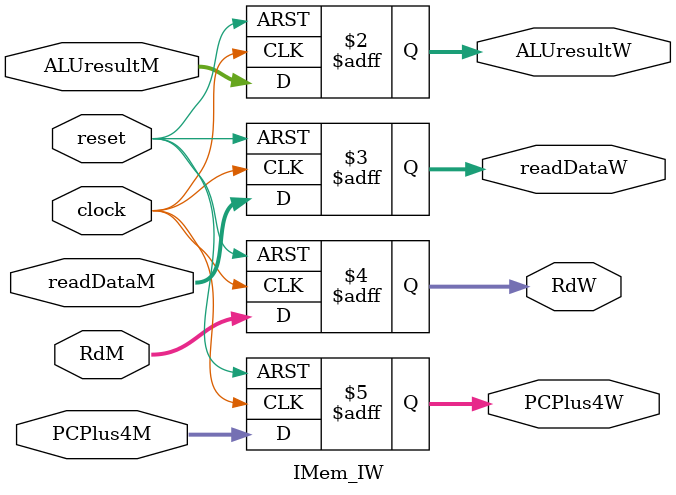
<source format=v>
module IMem_IW (
    input clock,
    input reset,
    input [31:0] ALUresultM,
    input [31:0] readDataM,
    input [4:0] RdM,
    input [31:0] PCPlus4M,
    output reg [31:0] ALUresultW,
    output reg [31:0] readDataW,
    output reg [4:0] RdW,
    output reg [31:0] PCPlus4W
);

always @(posedge clock or posedge reset) begin
    if (reset) begin
        ALUresultW <= 0;
        readDataW  <= 0;
        RdW 	   <= 0;
        PCPlus4W   <= 0;
    end else begin
        ALUresultW <= ALUresultM;
        readDataW  <= readDataM;
        RdW        <= RdM;
        PCPlus4W   <= PCPlus4M;
    end
end

endmodule
</source>
